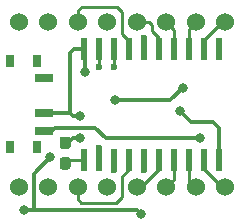
<source format=gbr>
G04 #@! TF.GenerationSoftware,KiCad,Pcbnew,5.1.6-c6e7f7d~87~ubuntu19.10.1*
G04 #@! TF.CreationDate,2020-11-04T01:00:01+01:00*
G04 #@! TF.ProjectId,board_attiny2313a,626f6172-645f-4617-9474-696e79323331,rev?*
G04 #@! TF.SameCoordinates,Original*
G04 #@! TF.FileFunction,Copper,L1,Top*
G04 #@! TF.FilePolarity,Positive*
%FSLAX46Y46*%
G04 Gerber Fmt 4.6, Leading zero omitted, Abs format (unit mm)*
G04 Created by KiCad (PCBNEW 5.1.6-c6e7f7d~87~ubuntu19.10.1) date 2020-11-04 01:00:01*
%MOMM*%
%LPD*%
G01*
G04 APERTURE LIST*
G04 #@! TA.AperFunction,ComponentPad*
%ADD10C,1.524000*%
G04 #@! TD*
G04 #@! TA.AperFunction,SMDPad,CuDef*
%ADD11R,1.500000X0.700000*%
G04 #@! TD*
G04 #@! TA.AperFunction,SMDPad,CuDef*
%ADD12R,0.800000X1.000000*%
G04 #@! TD*
G04 #@! TA.AperFunction,SMDPad,CuDef*
%ADD13R,0.600000X1.950000*%
G04 #@! TD*
G04 #@! TA.AperFunction,ViaPad*
%ADD14C,0.800000*%
G04 #@! TD*
G04 #@! TA.AperFunction,ViaPad*
%ADD15C,0.600000*%
G04 #@! TD*
G04 #@! TA.AperFunction,Conductor*
%ADD16C,0.350000*%
G04 #@! TD*
G04 #@! TA.AperFunction,Conductor*
%ADD17C,0.250000*%
G04 #@! TD*
G04 APERTURE END LIST*
G04 #@! TA.AperFunction,SMDPad,CuDef*
G36*
G01*
X72267100Y-49803400D02*
X71792100Y-49803400D01*
G75*
G02*
X71554600Y-49565900I0J237500D01*
G01*
X71554600Y-48990900D01*
G75*
G02*
X71792100Y-48753400I237500J0D01*
G01*
X72267100Y-48753400D01*
G75*
G02*
X72504600Y-48990900I0J-237500D01*
G01*
X72504600Y-49565900D01*
G75*
G02*
X72267100Y-49803400I-237500J0D01*
G01*
G37*
G04 #@! TD.AperFunction*
G04 #@! TA.AperFunction,SMDPad,CuDef*
G36*
G01*
X72267100Y-51553400D02*
X71792100Y-51553400D01*
G75*
G02*
X71554600Y-51315900I0J237500D01*
G01*
X71554600Y-50740900D01*
G75*
G02*
X71792100Y-50503400I237500J0D01*
G01*
X72267100Y-50503400D01*
G75*
G02*
X72504600Y-50740900I0J-237500D01*
G01*
X72504600Y-51315900D01*
G75*
G02*
X72267100Y-51553400I-237500J0D01*
G01*
G37*
G04 #@! TD.AperFunction*
D10*
X68097700Y-53050200D03*
X70597700Y-53050200D03*
X73097700Y-53050200D03*
X75597700Y-53050200D03*
X78097700Y-53050200D03*
X80597700Y-53050200D03*
X83097700Y-53050200D03*
X85597700Y-53050200D03*
X85597700Y-39050200D03*
X83097700Y-39050200D03*
X80597700Y-39050200D03*
X78097700Y-39050200D03*
X75597700Y-39050200D03*
X73097700Y-39050200D03*
X70597700Y-39050200D03*
X68097700Y-39050200D03*
D11*
X70259600Y-43753400D03*
X70259600Y-46753400D03*
X70259600Y-48253400D03*
D12*
X67399600Y-42353400D03*
X67399600Y-49653400D03*
X69609600Y-49653400D03*
X69609600Y-42353400D03*
D13*
X73634600Y-50750200D03*
X74904600Y-50750200D03*
X76174600Y-50750200D03*
X77444600Y-50750200D03*
X78714600Y-50750200D03*
X79984600Y-50750200D03*
X81254600Y-50750200D03*
X82524600Y-50750200D03*
X83794600Y-50750200D03*
X85064600Y-50750200D03*
X85064600Y-41350200D03*
X83794600Y-41350200D03*
X82524600Y-41350200D03*
X81254600Y-41350200D03*
X79984600Y-41350200D03*
X78714600Y-41350200D03*
X77444600Y-41350200D03*
X76174600Y-41350200D03*
X74904600Y-41350200D03*
X73634600Y-41350200D03*
D14*
X81729600Y-46603400D03*
X81979600Y-44603400D03*
X78429600Y-55303400D03*
X68579600Y-55003400D03*
X70779600Y-50503400D03*
X76229600Y-45653400D03*
X83429604Y-48903400D03*
D15*
X74879600Y-49753400D03*
X76174600Y-51549300D03*
X78701958Y-51562058D03*
X78714600Y-40449500D03*
X76179600Y-42903400D03*
X74879600Y-42903400D03*
D14*
X73279600Y-47003400D03*
X73679600Y-43253400D03*
X73279600Y-48853400D03*
D16*
X81729600Y-46603400D02*
X82679600Y-47553400D01*
X82679600Y-47553400D02*
X84579600Y-47553400D01*
X85064600Y-48038400D02*
X85064600Y-50750200D01*
X84579600Y-47553400D02*
X85064600Y-48038400D01*
X78129600Y-55003400D02*
X78429600Y-55303400D01*
X69379600Y-55003400D02*
X78129600Y-55003400D01*
X69379600Y-55003400D02*
X68579600Y-55003400D01*
X69379600Y-55003400D02*
X69379600Y-51903400D01*
X69379600Y-51903400D02*
X70779600Y-50503400D01*
X80929600Y-45653400D02*
X81979600Y-44603400D01*
X76229600Y-45653400D02*
X80929600Y-45653400D01*
X75479600Y-48903400D02*
X74579600Y-48003400D01*
X83429604Y-48903400D02*
X75479600Y-48903400D01*
X71179600Y-48003400D02*
X74579600Y-48003400D01*
X70929600Y-48253400D02*
X71179600Y-48003400D01*
X70259600Y-48253400D02*
X70929600Y-48253400D01*
D17*
X74904600Y-49778400D02*
X74879600Y-49753400D01*
X74904600Y-50750200D02*
X74904600Y-49778400D01*
X73088500Y-53059400D02*
X73097700Y-53050200D01*
X77444600Y-51538400D02*
X77444600Y-50750200D01*
X76829600Y-52153400D02*
X77444600Y-51538400D01*
X76829600Y-53853400D02*
X76829600Y-52153400D01*
X76329600Y-54353400D02*
X76829600Y-53853400D01*
X73379600Y-54353400D02*
X76329600Y-54353400D01*
X73097700Y-54071500D02*
X73379600Y-54353400D01*
X73097700Y-53050200D02*
X73097700Y-54071500D01*
X78714600Y-51549416D02*
X78701958Y-51562058D01*
X79984600Y-50750200D02*
X79984600Y-51498400D01*
X78432800Y-53050200D02*
X78097700Y-53050200D01*
X79984600Y-51498400D02*
X78432800Y-53050200D01*
X81254600Y-52393300D02*
X80597700Y-53050200D01*
X81254600Y-50750200D02*
X81254600Y-52393300D01*
X82524600Y-52477100D02*
X83097700Y-53050200D01*
X82524600Y-50750200D02*
X82524600Y-52477100D01*
X83794600Y-50750200D02*
X83794600Y-51518400D01*
X85326400Y-53050200D02*
X85597700Y-53050200D01*
X83794600Y-51518400D02*
X85326400Y-53050200D01*
X85570000Y-39077900D02*
X85597700Y-39050200D01*
X83794600Y-41350200D02*
X83794600Y-40538400D01*
X85282800Y-39050200D02*
X85597700Y-39050200D01*
X83794600Y-40538400D02*
X85282800Y-39050200D01*
X82524600Y-39623300D02*
X83097700Y-39050200D01*
X82524600Y-41350200D02*
X82524600Y-39623300D01*
X81254600Y-39707100D02*
X80597700Y-39050200D01*
X81254600Y-41350200D02*
X81254600Y-39707100D01*
X79121000Y-39065200D02*
X78112700Y-39065200D01*
X78112700Y-39065200D02*
X78097700Y-39050200D01*
X79375000Y-39319200D02*
X79121000Y-39065200D01*
X79984600Y-40417600D02*
X79375000Y-39808000D01*
X79375000Y-39808000D02*
X79375000Y-39319200D01*
X79984600Y-41350200D02*
X79984600Y-40417600D01*
X73113900Y-38061900D02*
X73113900Y-39034000D01*
X73113900Y-39034000D02*
X73097700Y-39050200D01*
X73418700Y-37757100D02*
X73113900Y-38061900D01*
X76403200Y-37757100D02*
X73418700Y-37757100D01*
X76873100Y-38227000D02*
X76403200Y-37757100D01*
X76873100Y-40061700D02*
X76873100Y-38227000D01*
X77444600Y-40633200D02*
X76873100Y-40061700D01*
X76179600Y-41355200D02*
X76174600Y-41350200D01*
X76179600Y-42903400D02*
X76179600Y-41355200D01*
X74879600Y-41375200D02*
X74904600Y-41350200D01*
X74879600Y-42903400D02*
X74879600Y-41375200D01*
D16*
X73679600Y-41395200D02*
X73634600Y-41350200D01*
X73679600Y-43253400D02*
X73679600Y-41395200D01*
X72782800Y-41350200D02*
X73634600Y-41350200D01*
X72429600Y-41703400D02*
X72782800Y-41350200D01*
X72429600Y-46753400D02*
X72429600Y-41703400D01*
X70259600Y-46753400D02*
X72429600Y-46753400D01*
X72679600Y-47003400D02*
X72429600Y-46753400D01*
X73279600Y-47003400D02*
X72679600Y-47003400D01*
X72029600Y-49278400D02*
X72254600Y-49278400D01*
X72679600Y-48853400D02*
X73279600Y-48853400D01*
X72254600Y-49278400D02*
X72679600Y-48853400D01*
D17*
X73631400Y-50753400D02*
X73634600Y-50750200D01*
X72307800Y-50750200D02*
X72029600Y-51028400D01*
X73634600Y-50750200D02*
X72307800Y-50750200D01*
M02*

</source>
